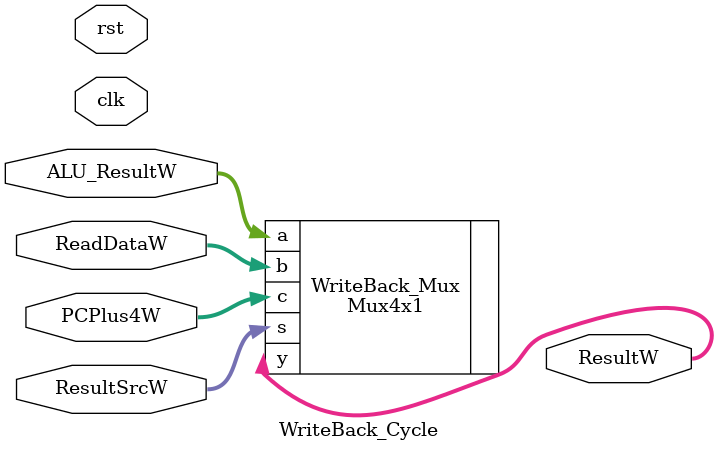
<source format=sv>
`include "mux4x1.sv"
module WriteBack_Cycle(clk, rst, ResultSrcW, PCPlus4W, ALU_ResultW, ReadDataW, ResultW);

input clk, rst;
input [1:0] ResultSrcW;
input [31:0] PCPlus4W, ReadDataW,ALU_ResultW;

output [31:0] ResultW;

Mux4x1 WriteBack_Mux(.a(ALU_ResultW),.b(ReadDataW),.c(PCPlus4W),.s(ResultSrcW),.y(ResultW));


endmodule 
</source>
